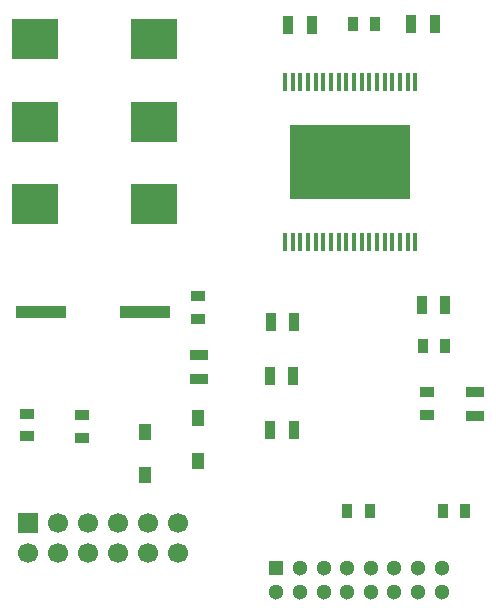
<source format=gbr>
G04*
G04 #@! TF.GenerationSoftware,Altium Limited,Altium Designer,25.4.2 (15)*
G04*
G04 Layer_Color=255*
%FSLAX44Y44*%
%MOMM*%
G71*
G04*
G04 #@! TF.SameCoordinates,7F9F24B7-B9C1-45AF-9387-6EDD806BED2B*
G04*
G04*
G04 #@! TF.FilePolarity,Positive*
G04*
G01*
G75*
%ADD19R,4.0000X3.4000*%
%ADD20R,0.8500X1.5000*%
%ADD21R,0.9000X1.3000*%
%ADD22R,10.2000X6.3000*%
%ADD23R,0.4400X1.5000*%
%ADD24R,1.5000X0.8500*%
%ADD25R,1.1000X1.4000*%
%ADD26R,1.3000X0.9000*%
%ADD27R,4.2000X1.1000*%
%ADD43C,1.3000*%
%ADD44R,1.3000X1.3000*%
%ADD45R,1.7000X1.7000*%
%ADD46C,1.7000*%
D19*
X118910Y528900D02*
D03*
X218910D02*
D03*
Y459050D02*
D03*
X118910D02*
D03*
X218910Y598750D02*
D03*
X118910D02*
D03*
D20*
X352920Y611010D02*
D03*
X332920D02*
D03*
X457250Y611670D02*
D03*
X437250D02*
D03*
X446090Y373380D02*
D03*
X466090D02*
D03*
X337820Y267970D02*
D03*
X317820D02*
D03*
X338210Y359411D02*
D03*
X318210D02*
D03*
X337100Y313440D02*
D03*
X317100D02*
D03*
D21*
X406400Y611450D02*
D03*
X387400D02*
D03*
X466090Y339090D02*
D03*
X447090D02*
D03*
X382930Y199390D02*
D03*
X401930D02*
D03*
X463600D02*
D03*
X482600D02*
D03*
D22*
X385350Y494550D02*
D03*
D23*
X330100Y562050D02*
D03*
X336600D02*
D03*
X343100D02*
D03*
X349600D02*
D03*
X356100D02*
D03*
X362600D02*
D03*
X369100D02*
D03*
X375600D02*
D03*
X382100D02*
D03*
X388600D02*
D03*
X395100D02*
D03*
X401600D02*
D03*
X408100D02*
D03*
X414600D02*
D03*
X421100D02*
D03*
X427600D02*
D03*
X434100D02*
D03*
X440600D02*
D03*
X330100Y427050D02*
D03*
X336600D02*
D03*
X343100D02*
D03*
X349600D02*
D03*
X356100D02*
D03*
X362600D02*
D03*
X369100D02*
D03*
X375600D02*
D03*
X382100D02*
D03*
X388600D02*
D03*
X395100D02*
D03*
X401600D02*
D03*
X408100D02*
D03*
X414600D02*
D03*
X421100D02*
D03*
X427600D02*
D03*
X434100D02*
D03*
X440600D02*
D03*
D24*
X491330Y279880D02*
D03*
Y299880D02*
D03*
X257810Y331150D02*
D03*
Y311150D02*
D03*
D25*
X212090Y266370D02*
D03*
Y229870D02*
D03*
X256820Y277670D02*
D03*
Y241170D02*
D03*
D26*
X111760Y262280D02*
D03*
Y281280D02*
D03*
X450850Y299720D02*
D03*
Y280720D02*
D03*
X256540Y361950D02*
D03*
Y380950D02*
D03*
X158750Y261010D02*
D03*
Y280010D02*
D03*
D27*
X211890Y367280D02*
D03*
X123890D02*
D03*
D43*
X462910Y130810D02*
D03*
X442910D02*
D03*
X422910D02*
D03*
X402910D02*
D03*
X382910D02*
D03*
X362910D02*
D03*
X342910Y130810D02*
D03*
X322910Y130810D02*
D03*
X462910Y150810D02*
D03*
X442910Y150810D02*
D03*
X422910Y150810D02*
D03*
X402910D02*
D03*
X382910D02*
D03*
X362910D02*
D03*
X342910D02*
D03*
D44*
X322910D02*
D03*
D45*
X113030Y189230D02*
D03*
D46*
X138430Y189230D02*
D03*
X163830Y189230D02*
D03*
X189230Y189230D02*
D03*
X214630D02*
D03*
X240030Y189230D02*
D03*
X113030Y163830D02*
D03*
X138430Y163830D02*
D03*
X163830Y163830D02*
D03*
X189230D02*
D03*
X214630Y163830D02*
D03*
X240030Y163830D02*
D03*
M02*

</source>
